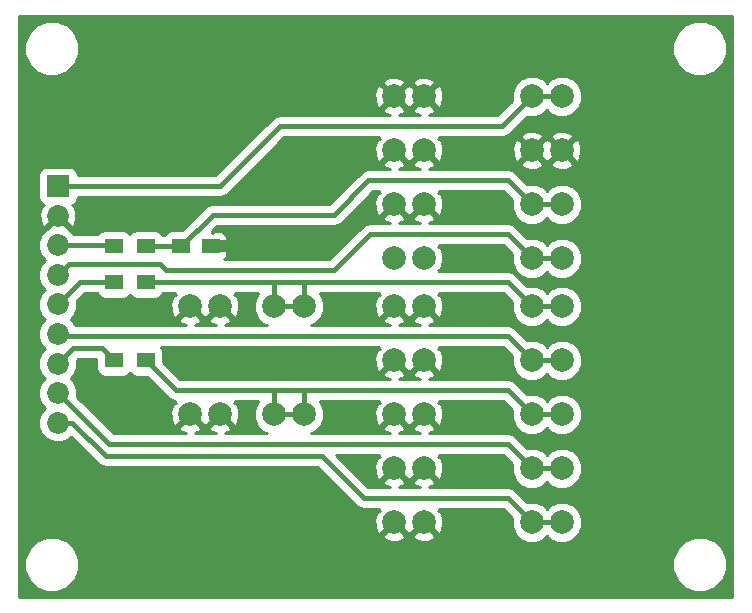
<source format=gbr>
G04 #@! TF.FileFunction,Copper,L1,Top,Signal*
%FSLAX46Y46*%
G04 Gerber Fmt 4.6, Leading zero omitted, Abs format (unit mm)*
G04 Created by KiCad (PCBNEW 4.0.7) date 05/30/18 05:48:27*
%MOMM*%
%LPD*%
G01*
G04 APERTURE LIST*
%ADD10C,0.100000*%
%ADD11R,1.500000X1.250000*%
%ADD12R,1.850000X1.850000*%
%ADD13C,1.850000*%
%ADD14R,1.500000X1.300000*%
%ADD15C,2.000000*%
%ADD16C,0.800000*%
%ADD17C,0.400000*%
%ADD18C,0.250000*%
%ADD19C,1.000000*%
%ADD20C,0.254000*%
G04 APERTURE END LIST*
D10*
D11*
X130830000Y-97028000D03*
X133330000Y-97028000D03*
D12*
X120396000Y-91948000D03*
D13*
X120396000Y-94448000D03*
X120396000Y-96948000D03*
X120396000Y-99448000D03*
X120396000Y-101948000D03*
X120396000Y-104448000D03*
X120396000Y-106948000D03*
X120396000Y-109448000D03*
X120396000Y-111948000D03*
D14*
X127842000Y-97028000D03*
X125142000Y-97028000D03*
X127842000Y-100076000D03*
X125142000Y-100076000D03*
X127842000Y-106680000D03*
X125142000Y-106680000D03*
D15*
X160528000Y-88900000D03*
X163068000Y-88900000D03*
X160528000Y-84328000D03*
X163068000Y-84328000D03*
X160528000Y-93472000D03*
X163068000Y-93472000D03*
X160528000Y-98044000D03*
X163068000Y-98044000D03*
X160528000Y-102108000D03*
X163068000Y-102108000D03*
X138684000Y-102108000D03*
X141224000Y-102108000D03*
X160528000Y-106680000D03*
X163068000Y-106680000D03*
X160528000Y-111252000D03*
X163068000Y-111252000D03*
X138684000Y-111252000D03*
X141224000Y-111252000D03*
X160528000Y-115824000D03*
X163068000Y-115824000D03*
X160528000Y-120396000D03*
X163068000Y-120396000D03*
X148844000Y-102108000D03*
X151384000Y-102108000D03*
X148844000Y-111252000D03*
X151384000Y-111252000D03*
X148844000Y-84328000D03*
X151384000Y-84328000D03*
X148844000Y-98044000D03*
X151384000Y-98044000D03*
X148844000Y-106680000D03*
X151384000Y-106680000D03*
X148844000Y-115824000D03*
X151384000Y-115824000D03*
X148844000Y-93472000D03*
X151384000Y-93472000D03*
X131572000Y-102108000D03*
X134112000Y-102108000D03*
X131572000Y-111252000D03*
X134112000Y-111252000D03*
X148844000Y-120396000D03*
X151384000Y-120396000D03*
X148844000Y-88900000D03*
X151384000Y-88900000D03*
D16*
X134620000Y-97028000D03*
D17*
X133487000Y-94371000D02*
X143754000Y-94371000D01*
X143754000Y-94371000D02*
X146685000Y-91440000D01*
X160528000Y-93472000D02*
X163068000Y-93472000D01*
X130830000Y-97028000D02*
X133487000Y-94371000D01*
X146685000Y-91440000D02*
X158496000Y-91440000D01*
X158496000Y-91440000D02*
X160528000Y-93472000D01*
X127842000Y-97028000D02*
X130830000Y-97028000D01*
X160528000Y-84328000D02*
X157988000Y-86868000D01*
X157988000Y-86868000D02*
X139192000Y-86868000D01*
X160528000Y-84328000D02*
X163068000Y-84328000D01*
X120396000Y-91948000D02*
X134112000Y-91948000D01*
X134112000Y-91948000D02*
X139192000Y-86868000D01*
X120396000Y-96948000D02*
X125062000Y-96948000D01*
D18*
X125062000Y-96948000D02*
X125142000Y-97028000D01*
D17*
X129032000Y-98552000D02*
X129540000Y-99060000D01*
X143764000Y-99060000D02*
X144272000Y-98552000D01*
X129540000Y-99060000D02*
X143764000Y-99060000D01*
X120396000Y-99448000D02*
X121292000Y-98552000D01*
X121292000Y-98552000D02*
X129032000Y-98552000D01*
X158496000Y-96012000D02*
X160528000Y-98044000D01*
X146812000Y-96012000D02*
X158496000Y-96012000D01*
X144272000Y-98552000D02*
X146812000Y-96012000D01*
X160528000Y-98044000D02*
X163068000Y-98044000D01*
X120396000Y-101948000D02*
X122268000Y-100076000D01*
X122268000Y-100076000D02*
X125142000Y-100076000D01*
D18*
X120396000Y-101948000D02*
X120556000Y-102108000D01*
D17*
X160528000Y-106680000D02*
X163068000Y-106680000D01*
D18*
X120396000Y-104448000D02*
X120596000Y-104648000D01*
D17*
X120596000Y-104648000D02*
X158496000Y-104648000D01*
X158496000Y-104648000D02*
X160528000Y-106680000D01*
X120396000Y-106948000D02*
X121680000Y-105664000D01*
X124126000Y-105664000D02*
X125142000Y-106680000D01*
X121680000Y-105664000D02*
X124126000Y-105664000D01*
D18*
X120396000Y-106948000D02*
X120664000Y-106680000D01*
D17*
X160528000Y-115824000D02*
X163068000Y-115824000D01*
X120396000Y-109448000D02*
X124740000Y-113792000D01*
X124740000Y-113792000D02*
X158496000Y-113792000D01*
X158496000Y-113792000D02*
X160528000Y-115824000D01*
X120396000Y-111948000D02*
X121600000Y-111948000D01*
X142748000Y-114808000D02*
X146304000Y-118364000D01*
X124460000Y-114808000D02*
X142748000Y-114808000D01*
X121600000Y-111948000D02*
X124460000Y-114808000D01*
X160528000Y-120396000D02*
X163068000Y-120396000D01*
X146304000Y-118364000D02*
X158496000Y-118364000D01*
X158496000Y-118364000D02*
X160528000Y-120396000D01*
X127842000Y-100076000D02*
X138684000Y-100076000D01*
X160528000Y-102108000D02*
X163068000Y-102108000D01*
X138684000Y-102108000D02*
X138684000Y-100076000D01*
X138684000Y-102108000D02*
X141224000Y-102108000D01*
X141224000Y-102108000D02*
X141224000Y-100076000D01*
X158496000Y-100076000D02*
X160528000Y-102108000D01*
X141224000Y-100076000D02*
X158496000Y-100076000D01*
X138684000Y-100076000D02*
X141224000Y-100076000D01*
X160528000Y-111252000D02*
X163068000Y-111252000D01*
X138684000Y-111252000D02*
X138684000Y-109220000D01*
X138684000Y-111252000D02*
X141224000Y-111252000D01*
X141224000Y-111252000D02*
X141224000Y-109220000D01*
X127842000Y-106680000D02*
X130382000Y-109220000D01*
X130382000Y-109220000D02*
X138684000Y-109220000D01*
X158496000Y-109220000D02*
X160528000Y-111252000D01*
X141224000Y-109220000D02*
X158496000Y-109220000D01*
X138684000Y-109220000D02*
X141224000Y-109220000D01*
D19*
X133330000Y-97028000D02*
X134620000Y-97028000D01*
D20*
G36*
X177506000Y-126706000D02*
X117134000Y-126706000D01*
X117134000Y-124412838D01*
X117560597Y-124412838D01*
X117914115Y-125268418D01*
X118568139Y-125923585D01*
X119423100Y-126278596D01*
X120348838Y-126279403D01*
X121204418Y-125925885D01*
X121859585Y-125271861D01*
X122214596Y-124416900D01*
X122214599Y-124412838D01*
X172424597Y-124412838D01*
X172778115Y-125268418D01*
X173432139Y-125923585D01*
X174287100Y-126278596D01*
X175212838Y-126279403D01*
X176068418Y-125925885D01*
X176723585Y-125271861D01*
X177078596Y-124416900D01*
X177079403Y-123491162D01*
X176725885Y-122635582D01*
X176071861Y-121980415D01*
X175216900Y-121625404D01*
X174291162Y-121624597D01*
X173435582Y-121978115D01*
X172780415Y-122632139D01*
X172425404Y-123487100D01*
X172424597Y-124412838D01*
X122214599Y-124412838D01*
X122215403Y-123491162D01*
X121861885Y-122635582D01*
X121207861Y-121980415D01*
X120352900Y-121625404D01*
X119427162Y-121624597D01*
X118571582Y-121978115D01*
X117916415Y-122632139D01*
X117561404Y-123487100D01*
X117560597Y-124412838D01*
X117134000Y-124412838D01*
X117134000Y-121548532D01*
X147871073Y-121548532D01*
X147969736Y-121815387D01*
X148579461Y-122041908D01*
X149229460Y-122017856D01*
X149718264Y-121815387D01*
X149816927Y-121548532D01*
X150411073Y-121548532D01*
X150509736Y-121815387D01*
X151119461Y-122041908D01*
X151769460Y-122017856D01*
X152258264Y-121815387D01*
X152356927Y-121548532D01*
X151384000Y-120575605D01*
X150411073Y-121548532D01*
X149816927Y-121548532D01*
X148844000Y-120575605D01*
X147871073Y-121548532D01*
X117134000Y-121548532D01*
X117134000Y-97275162D01*
X118743713Y-97275162D01*
X118994686Y-97882561D01*
X119309718Y-98198143D01*
X118996319Y-98510995D01*
X118744287Y-99117955D01*
X118743713Y-99775162D01*
X118994686Y-100382561D01*
X119309718Y-100698143D01*
X118996319Y-101010995D01*
X118744287Y-101617955D01*
X118743713Y-102275162D01*
X118994686Y-102882561D01*
X119309718Y-103198143D01*
X118996319Y-103510995D01*
X118744287Y-104117955D01*
X118743713Y-104775162D01*
X118994686Y-105382561D01*
X119309718Y-105698143D01*
X118996319Y-106010995D01*
X118744287Y-106617955D01*
X118743713Y-107275162D01*
X118994686Y-107882561D01*
X119309718Y-108198143D01*
X118996319Y-108510995D01*
X118744287Y-109117955D01*
X118743713Y-109775162D01*
X118994686Y-110382561D01*
X119309718Y-110698143D01*
X118996319Y-111010995D01*
X118744287Y-111617955D01*
X118743713Y-112275162D01*
X118994686Y-112882561D01*
X119458995Y-113347681D01*
X120065955Y-113599713D01*
X120723162Y-113600287D01*
X121330561Y-113349314D01*
X121510606Y-113169582D01*
X123804512Y-115463488D01*
X124105253Y-115664437D01*
X124460000Y-115735000D01*
X142364024Y-115735000D01*
X145648512Y-119019488D01*
X145949252Y-119220436D01*
X146304000Y-119291000D01*
X147594980Y-119291000D01*
X147577186Y-119308794D01*
X147691466Y-119423074D01*
X147424613Y-119521736D01*
X147198092Y-120131461D01*
X147222144Y-120781460D01*
X147424613Y-121270264D01*
X147691468Y-121368927D01*
X148664395Y-120396000D01*
X148650253Y-120381858D01*
X148829858Y-120202253D01*
X148844000Y-120216395D01*
X148858143Y-120202253D01*
X149037748Y-120381858D01*
X149023605Y-120396000D01*
X149996532Y-121368927D01*
X150114000Y-121325496D01*
X150231468Y-121368927D01*
X151204395Y-120396000D01*
X151190253Y-120381858D01*
X151369858Y-120202253D01*
X151384000Y-120216395D01*
X151398143Y-120202253D01*
X151577748Y-120381858D01*
X151563605Y-120396000D01*
X152536532Y-121368927D01*
X152803387Y-121270264D01*
X153029908Y-120660539D01*
X153005856Y-120010540D01*
X152803387Y-119521736D01*
X152536534Y-119423074D01*
X152650814Y-119308794D01*
X152633020Y-119291000D01*
X158112024Y-119291000D01*
X158822042Y-120001018D01*
X158801300Y-120050971D01*
X158800701Y-120738014D01*
X159063067Y-121372989D01*
X159548456Y-121859226D01*
X160182971Y-122122700D01*
X160870014Y-122123299D01*
X161504989Y-121860933D01*
X161798085Y-121568348D01*
X162088456Y-121859226D01*
X162722971Y-122122700D01*
X163410014Y-122123299D01*
X164044989Y-121860933D01*
X164531226Y-121375544D01*
X164794700Y-120741029D01*
X164795299Y-120053986D01*
X164532933Y-119419011D01*
X164047544Y-118932774D01*
X163413029Y-118669300D01*
X162725986Y-118668701D01*
X162091011Y-118931067D01*
X161797915Y-119223652D01*
X161507544Y-118932774D01*
X160873029Y-118669300D01*
X160185986Y-118668701D01*
X160133404Y-118690428D01*
X159151488Y-117708512D01*
X158850748Y-117507564D01*
X158496000Y-117437000D01*
X151790840Y-117437000D01*
X152258264Y-117243387D01*
X152356927Y-116976532D01*
X151384000Y-116003605D01*
X150411073Y-116976532D01*
X150509736Y-117243387D01*
X151030883Y-117437000D01*
X149250840Y-117437000D01*
X149718264Y-117243387D01*
X149816927Y-116976532D01*
X148844000Y-116003605D01*
X147871073Y-116976532D01*
X147969736Y-117243387D01*
X148490883Y-117437000D01*
X146687976Y-117437000D01*
X143969976Y-114719000D01*
X147594980Y-114719000D01*
X147577186Y-114736794D01*
X147691466Y-114851074D01*
X147424613Y-114949736D01*
X147198092Y-115559461D01*
X147222144Y-116209460D01*
X147424613Y-116698264D01*
X147691468Y-116796927D01*
X148664395Y-115824000D01*
X148650253Y-115809858D01*
X148829858Y-115630253D01*
X148844000Y-115644395D01*
X148858143Y-115630253D01*
X149037748Y-115809858D01*
X149023605Y-115824000D01*
X149996532Y-116796927D01*
X150114000Y-116753496D01*
X150231468Y-116796927D01*
X151204395Y-115824000D01*
X151190253Y-115809858D01*
X151369858Y-115630253D01*
X151384000Y-115644395D01*
X151398143Y-115630253D01*
X151577748Y-115809858D01*
X151563605Y-115824000D01*
X152536532Y-116796927D01*
X152803387Y-116698264D01*
X153029908Y-116088539D01*
X153005856Y-115438540D01*
X152803387Y-114949736D01*
X152536534Y-114851074D01*
X152650814Y-114736794D01*
X152633020Y-114719000D01*
X158112024Y-114719000D01*
X158822042Y-115429018D01*
X158801300Y-115478971D01*
X158800701Y-116166014D01*
X159063067Y-116800989D01*
X159548456Y-117287226D01*
X160182971Y-117550700D01*
X160870014Y-117551299D01*
X161504989Y-117288933D01*
X161798085Y-116996348D01*
X162088456Y-117287226D01*
X162722971Y-117550700D01*
X163410014Y-117551299D01*
X164044989Y-117288933D01*
X164531226Y-116803544D01*
X164794700Y-116169029D01*
X164795299Y-115481986D01*
X164532933Y-114847011D01*
X164047544Y-114360774D01*
X163413029Y-114097300D01*
X162725986Y-114096701D01*
X162091011Y-114359067D01*
X161797915Y-114651652D01*
X161507544Y-114360774D01*
X160873029Y-114097300D01*
X160185986Y-114096701D01*
X160133404Y-114118428D01*
X159151488Y-113136512D01*
X158850748Y-112935564D01*
X158496000Y-112865000D01*
X151790840Y-112865000D01*
X152258264Y-112671387D01*
X152356927Y-112404532D01*
X151384000Y-111431605D01*
X150411073Y-112404532D01*
X150509736Y-112671387D01*
X151030883Y-112865000D01*
X149250840Y-112865000D01*
X149718264Y-112671387D01*
X149816927Y-112404532D01*
X148844000Y-111431605D01*
X147871073Y-112404532D01*
X147969736Y-112671387D01*
X148490883Y-112865000D01*
X141842639Y-112865000D01*
X142200989Y-112716933D01*
X142687226Y-112231544D01*
X142950700Y-111597029D01*
X142951299Y-110909986D01*
X142688933Y-110275011D01*
X142561145Y-110147000D01*
X147594980Y-110147000D01*
X147577186Y-110164794D01*
X147691466Y-110279074D01*
X147424613Y-110377736D01*
X147198092Y-110987461D01*
X147222144Y-111637460D01*
X147424613Y-112126264D01*
X147691468Y-112224927D01*
X148664395Y-111252000D01*
X148650253Y-111237858D01*
X148829858Y-111058253D01*
X148844000Y-111072395D01*
X148858143Y-111058253D01*
X149037748Y-111237858D01*
X149023605Y-111252000D01*
X149996532Y-112224927D01*
X150114000Y-112181496D01*
X150231468Y-112224927D01*
X151204395Y-111252000D01*
X151190253Y-111237858D01*
X151369858Y-111058253D01*
X151384000Y-111072395D01*
X151398143Y-111058253D01*
X151577748Y-111237858D01*
X151563605Y-111252000D01*
X152536532Y-112224927D01*
X152803387Y-112126264D01*
X153029908Y-111516539D01*
X153005856Y-110866540D01*
X152803387Y-110377736D01*
X152536534Y-110279074D01*
X152650814Y-110164794D01*
X152633020Y-110147000D01*
X158112024Y-110147000D01*
X158822042Y-110857018D01*
X158801300Y-110906971D01*
X158800701Y-111594014D01*
X159063067Y-112228989D01*
X159548456Y-112715226D01*
X160182971Y-112978700D01*
X160870014Y-112979299D01*
X161504989Y-112716933D01*
X161798085Y-112424348D01*
X162088456Y-112715226D01*
X162722971Y-112978700D01*
X163410014Y-112979299D01*
X164044989Y-112716933D01*
X164531226Y-112231544D01*
X164794700Y-111597029D01*
X164795299Y-110909986D01*
X164532933Y-110275011D01*
X164047544Y-109788774D01*
X163413029Y-109525300D01*
X162725986Y-109524701D01*
X162091011Y-109787067D01*
X161797915Y-110079652D01*
X161507544Y-109788774D01*
X160873029Y-109525300D01*
X160185986Y-109524701D01*
X160133404Y-109546428D01*
X159151488Y-108564512D01*
X158850748Y-108363564D01*
X158496000Y-108293000D01*
X151790840Y-108293000D01*
X152258264Y-108099387D01*
X152356927Y-107832532D01*
X151384000Y-106859605D01*
X150411073Y-107832532D01*
X150509736Y-108099387D01*
X151030883Y-108293000D01*
X149250840Y-108293000D01*
X149718264Y-108099387D01*
X149816927Y-107832532D01*
X148844000Y-106859605D01*
X147871073Y-107832532D01*
X147969736Y-108099387D01*
X148490883Y-108293000D01*
X130765976Y-108293000D01*
X129333242Y-106860266D01*
X129333242Y-106030000D01*
X129282549Y-105760590D01*
X129163125Y-105575000D01*
X147594980Y-105575000D01*
X147577186Y-105592794D01*
X147691466Y-105707074D01*
X147424613Y-105805736D01*
X147198092Y-106415461D01*
X147222144Y-107065460D01*
X147424613Y-107554264D01*
X147691468Y-107652927D01*
X148664395Y-106680000D01*
X148650253Y-106665858D01*
X148829858Y-106486253D01*
X148844000Y-106500395D01*
X148858143Y-106486253D01*
X149037748Y-106665858D01*
X149023605Y-106680000D01*
X149996532Y-107652927D01*
X150114000Y-107609496D01*
X150231468Y-107652927D01*
X151204395Y-106680000D01*
X151190253Y-106665858D01*
X151369858Y-106486253D01*
X151384000Y-106500395D01*
X151398143Y-106486253D01*
X151577748Y-106665858D01*
X151563605Y-106680000D01*
X152536532Y-107652927D01*
X152803387Y-107554264D01*
X153029908Y-106944539D01*
X153005856Y-106294540D01*
X152803387Y-105805736D01*
X152536534Y-105707074D01*
X152650814Y-105592794D01*
X152633020Y-105575000D01*
X158112024Y-105575000D01*
X158822042Y-106285018D01*
X158801300Y-106334971D01*
X158800701Y-107022014D01*
X159063067Y-107656989D01*
X159548456Y-108143226D01*
X160182971Y-108406700D01*
X160870014Y-108407299D01*
X161504989Y-108144933D01*
X161798085Y-107852348D01*
X162088456Y-108143226D01*
X162722971Y-108406700D01*
X163410014Y-108407299D01*
X164044989Y-108144933D01*
X164531226Y-107659544D01*
X164794700Y-107025029D01*
X164795299Y-106337986D01*
X164532933Y-105703011D01*
X164047544Y-105216774D01*
X163413029Y-104953300D01*
X162725986Y-104952701D01*
X162091011Y-105215067D01*
X161797915Y-105507652D01*
X161507544Y-105216774D01*
X160873029Y-104953300D01*
X160185986Y-104952701D01*
X160133404Y-104974428D01*
X159151488Y-103992512D01*
X158931536Y-103845545D01*
X158850748Y-103791564D01*
X158496000Y-103721000D01*
X151790840Y-103721000D01*
X152258264Y-103527387D01*
X152356927Y-103260532D01*
X151384000Y-102287605D01*
X150411073Y-103260532D01*
X150509736Y-103527387D01*
X151030883Y-103721000D01*
X149250840Y-103721000D01*
X149718264Y-103527387D01*
X149816927Y-103260532D01*
X148844000Y-102287605D01*
X147871073Y-103260532D01*
X147969736Y-103527387D01*
X148490883Y-103721000D01*
X141842639Y-103721000D01*
X142200989Y-103572933D01*
X142687226Y-103087544D01*
X142950700Y-102453029D01*
X142951299Y-101765986D01*
X142688933Y-101131011D01*
X142561145Y-101003000D01*
X147594980Y-101003000D01*
X147577186Y-101020794D01*
X147691466Y-101135074D01*
X147424613Y-101233736D01*
X147198092Y-101843461D01*
X147222144Y-102493460D01*
X147424613Y-102982264D01*
X147691468Y-103080927D01*
X148664395Y-102108000D01*
X148650253Y-102093858D01*
X148829858Y-101914253D01*
X148844000Y-101928395D01*
X148858143Y-101914253D01*
X149037748Y-102093858D01*
X149023605Y-102108000D01*
X149996532Y-103080927D01*
X150114000Y-103037496D01*
X150231468Y-103080927D01*
X151204395Y-102108000D01*
X151190253Y-102093858D01*
X151369858Y-101914253D01*
X151384000Y-101928395D01*
X151398143Y-101914253D01*
X151577748Y-102093858D01*
X151563605Y-102108000D01*
X152536532Y-103080927D01*
X152803387Y-102982264D01*
X153029908Y-102372539D01*
X153005856Y-101722540D01*
X152803387Y-101233736D01*
X152536534Y-101135074D01*
X152650814Y-101020794D01*
X152633020Y-101003000D01*
X158112024Y-101003000D01*
X158822042Y-101713018D01*
X158801300Y-101762971D01*
X158800701Y-102450014D01*
X159063067Y-103084989D01*
X159548456Y-103571226D01*
X160182971Y-103834700D01*
X160870014Y-103835299D01*
X161504989Y-103572933D01*
X161798085Y-103280348D01*
X162088456Y-103571226D01*
X162722971Y-103834700D01*
X163410014Y-103835299D01*
X164044989Y-103572933D01*
X164531226Y-103087544D01*
X164794700Y-102453029D01*
X164795299Y-101765986D01*
X164532933Y-101131011D01*
X164047544Y-100644774D01*
X163413029Y-100381300D01*
X162725986Y-100380701D01*
X162091011Y-100643067D01*
X161797915Y-100935652D01*
X161507544Y-100644774D01*
X160873029Y-100381300D01*
X160185986Y-100380701D01*
X160133404Y-100402428D01*
X159151488Y-99420512D01*
X159133415Y-99408436D01*
X158850748Y-99219564D01*
X158496000Y-99149000D01*
X152633020Y-99149000D01*
X152650814Y-99131206D01*
X152536534Y-99016926D01*
X152803387Y-98918264D01*
X153029908Y-98308539D01*
X153005856Y-97658540D01*
X152803387Y-97169736D01*
X152536534Y-97071074D01*
X152650814Y-96956794D01*
X152633020Y-96939000D01*
X158112024Y-96939000D01*
X158822042Y-97649018D01*
X158801300Y-97698971D01*
X158800701Y-98386014D01*
X159063067Y-99020989D01*
X159548456Y-99507226D01*
X160182971Y-99770700D01*
X160870014Y-99771299D01*
X161504989Y-99508933D01*
X161798085Y-99216348D01*
X162088456Y-99507226D01*
X162722971Y-99770700D01*
X163410014Y-99771299D01*
X164044989Y-99508933D01*
X164531226Y-99023544D01*
X164794700Y-98389029D01*
X164795299Y-97701986D01*
X164532933Y-97067011D01*
X164047544Y-96580774D01*
X163413029Y-96317300D01*
X162725986Y-96316701D01*
X162091011Y-96579067D01*
X161797915Y-96871652D01*
X161507544Y-96580774D01*
X160873029Y-96317300D01*
X160185986Y-96316701D01*
X160133404Y-96338428D01*
X159151488Y-95356512D01*
X158850748Y-95155564D01*
X158496000Y-95085000D01*
X151790840Y-95085000D01*
X152258264Y-94891387D01*
X152356927Y-94624532D01*
X151384000Y-93651605D01*
X150411073Y-94624532D01*
X150509736Y-94891387D01*
X151030883Y-95085000D01*
X149250840Y-95085000D01*
X149718264Y-94891387D01*
X149816927Y-94624532D01*
X148844000Y-93651605D01*
X147871073Y-94624532D01*
X147969736Y-94891387D01*
X148490883Y-95085000D01*
X146812000Y-95085000D01*
X146457252Y-95155564D01*
X146156512Y-95356512D01*
X143380024Y-98133000D01*
X134498025Y-98133000D01*
X134618327Y-98012699D01*
X134715000Y-97779310D01*
X134715000Y-97313750D01*
X134556250Y-97155000D01*
X133457000Y-97155000D01*
X133457000Y-97175000D01*
X133203000Y-97175000D01*
X133203000Y-97155000D01*
X133183000Y-97155000D01*
X133183000Y-96901000D01*
X133203000Y-96901000D01*
X133203000Y-96881000D01*
X133457000Y-96881000D01*
X133457000Y-96901000D01*
X134556250Y-96901000D01*
X134715000Y-96742250D01*
X134715000Y-96276690D01*
X134618327Y-96043301D01*
X134439698Y-95864673D01*
X134206309Y-95768000D01*
X133615750Y-95768000D01*
X133457002Y-95926748D01*
X133457002Y-95768000D01*
X133400976Y-95768000D01*
X133870976Y-95298000D01*
X143754000Y-95298000D01*
X144108748Y-95227436D01*
X144409488Y-95026488D01*
X147068976Y-92367000D01*
X147594980Y-92367000D01*
X147577186Y-92384794D01*
X147691466Y-92499074D01*
X147424613Y-92597736D01*
X147198092Y-93207461D01*
X147222144Y-93857460D01*
X147424613Y-94346264D01*
X147691468Y-94444927D01*
X148664395Y-93472000D01*
X148650253Y-93457858D01*
X148829858Y-93278253D01*
X148844000Y-93292395D01*
X148858143Y-93278253D01*
X149037748Y-93457858D01*
X149023605Y-93472000D01*
X149996532Y-94444927D01*
X150114000Y-94401496D01*
X150231468Y-94444927D01*
X151204395Y-93472000D01*
X151190253Y-93457858D01*
X151369858Y-93278253D01*
X151384000Y-93292395D01*
X151398143Y-93278253D01*
X151577748Y-93457858D01*
X151563605Y-93472000D01*
X152536532Y-94444927D01*
X152803387Y-94346264D01*
X153029908Y-93736539D01*
X153005856Y-93086540D01*
X152803387Y-92597736D01*
X152536534Y-92499074D01*
X152650814Y-92384794D01*
X152633020Y-92367000D01*
X158112024Y-92367000D01*
X158822042Y-93077018D01*
X158801300Y-93126971D01*
X158800701Y-93814014D01*
X159063067Y-94448989D01*
X159548456Y-94935226D01*
X160182971Y-95198700D01*
X160870014Y-95199299D01*
X161504989Y-94936933D01*
X161798085Y-94644348D01*
X162088456Y-94935226D01*
X162722971Y-95198700D01*
X163410014Y-95199299D01*
X164044989Y-94936933D01*
X164531226Y-94451544D01*
X164794700Y-93817029D01*
X164795299Y-93129986D01*
X164532933Y-92495011D01*
X164047544Y-92008774D01*
X163413029Y-91745300D01*
X162725986Y-91744701D01*
X162091011Y-92007067D01*
X161797915Y-92299652D01*
X161507544Y-92008774D01*
X160873029Y-91745300D01*
X160185986Y-91744701D01*
X160133404Y-91766428D01*
X159151488Y-90784512D01*
X159076812Y-90734615D01*
X158850748Y-90583564D01*
X158496000Y-90513000D01*
X151790840Y-90513000D01*
X152258264Y-90319387D01*
X152356927Y-90052532D01*
X159555073Y-90052532D01*
X159653736Y-90319387D01*
X160263461Y-90545908D01*
X160913460Y-90521856D01*
X161402264Y-90319387D01*
X161500927Y-90052532D01*
X162095073Y-90052532D01*
X162193736Y-90319387D01*
X162803461Y-90545908D01*
X163453460Y-90521856D01*
X163942264Y-90319387D01*
X164040927Y-90052532D01*
X163068000Y-89079605D01*
X162095073Y-90052532D01*
X161500927Y-90052532D01*
X160528000Y-89079605D01*
X159555073Y-90052532D01*
X152356927Y-90052532D01*
X151384000Y-89079605D01*
X150411073Y-90052532D01*
X150509736Y-90319387D01*
X151030883Y-90513000D01*
X149250840Y-90513000D01*
X149718264Y-90319387D01*
X149816927Y-90052532D01*
X148844000Y-89079605D01*
X147871073Y-90052532D01*
X147969736Y-90319387D01*
X148490883Y-90513000D01*
X146685000Y-90513000D01*
X146330252Y-90583564D01*
X146104188Y-90734615D01*
X146029512Y-90784512D01*
X143370024Y-93444000D01*
X133487000Y-93444000D01*
X133132252Y-93514564D01*
X132927156Y-93651605D01*
X132831512Y-93715512D01*
X130885266Y-95661758D01*
X130080000Y-95661758D01*
X129810590Y-95712451D01*
X129563154Y-95871672D01*
X129406460Y-96101000D01*
X129277665Y-96101000D01*
X129123328Y-95861154D01*
X128880385Y-95695157D01*
X128592000Y-95636758D01*
X127092000Y-95636758D01*
X126822590Y-95687451D01*
X126575154Y-95846672D01*
X126492165Y-95968130D01*
X126423328Y-95861154D01*
X126180385Y-95695157D01*
X125892000Y-95636758D01*
X124392000Y-95636758D01*
X124122590Y-95687451D01*
X123875154Y-95846672D01*
X123756040Y-96021000D01*
X121800438Y-96021000D01*
X121797314Y-96013439D01*
X121333005Y-95548319D01*
X121305146Y-95536751D01*
X120396000Y-94627605D01*
X119487819Y-95535786D01*
X119461439Y-95546686D01*
X118996319Y-96010995D01*
X118744287Y-96617955D01*
X118743713Y-97275162D01*
X117134000Y-97275162D01*
X117134000Y-91023000D01*
X118729758Y-91023000D01*
X118729758Y-92873000D01*
X118780451Y-93142410D01*
X118939672Y-93389846D01*
X119182615Y-93555843D01*
X119206829Y-93560746D01*
X119038668Y-93618821D01*
X118824675Y-94201368D01*
X118849903Y-94821461D01*
X119038668Y-95277179D01*
X119297744Y-95366651D01*
X120216395Y-94448000D01*
X120202253Y-94433858D01*
X120381858Y-94254253D01*
X120396000Y-94268395D01*
X120410143Y-94254253D01*
X120589748Y-94433858D01*
X120575605Y-94448000D01*
X121494256Y-95366651D01*
X121753332Y-95277179D01*
X121967325Y-94694632D01*
X121942097Y-94074539D01*
X121753332Y-93618821D01*
X121591414Y-93562903D01*
X121837846Y-93404328D01*
X122003843Y-93161385D01*
X122061837Y-92875000D01*
X134112000Y-92875000D01*
X134466748Y-92804436D01*
X134767488Y-92603488D01*
X139575976Y-87795000D01*
X147594980Y-87795000D01*
X147577186Y-87812794D01*
X147691466Y-87927074D01*
X147424613Y-88025736D01*
X147198092Y-88635461D01*
X147222144Y-89285460D01*
X147424613Y-89774264D01*
X147691468Y-89872927D01*
X148664395Y-88900000D01*
X148650253Y-88885858D01*
X148829858Y-88706253D01*
X148844000Y-88720395D01*
X148858143Y-88706253D01*
X149037748Y-88885858D01*
X149023605Y-88900000D01*
X149996532Y-89872927D01*
X150114000Y-89829496D01*
X150231468Y-89872927D01*
X151204395Y-88900000D01*
X151190253Y-88885858D01*
X151369858Y-88706253D01*
X151384000Y-88720395D01*
X151398143Y-88706253D01*
X151577748Y-88885858D01*
X151563605Y-88900000D01*
X152536532Y-89872927D01*
X152803387Y-89774264D01*
X153029908Y-89164539D01*
X153010331Y-88635461D01*
X158882092Y-88635461D01*
X158906144Y-89285460D01*
X159108613Y-89774264D01*
X159375468Y-89872927D01*
X160348395Y-88900000D01*
X160707605Y-88900000D01*
X161680532Y-89872927D01*
X161798000Y-89829496D01*
X161915468Y-89872927D01*
X162888395Y-88900000D01*
X163247605Y-88900000D01*
X164220532Y-89872927D01*
X164487387Y-89774264D01*
X164713908Y-89164539D01*
X164689856Y-88514540D01*
X164487387Y-88025736D01*
X164220532Y-87927073D01*
X163247605Y-88900000D01*
X162888395Y-88900000D01*
X161915468Y-87927073D01*
X161798000Y-87970504D01*
X161680532Y-87927073D01*
X160707605Y-88900000D01*
X160348395Y-88900000D01*
X159375468Y-87927073D01*
X159108613Y-88025736D01*
X158882092Y-88635461D01*
X153010331Y-88635461D01*
X153005856Y-88514540D01*
X152803387Y-88025736D01*
X152536534Y-87927074D01*
X152650814Y-87812794D01*
X152633020Y-87795000D01*
X157988000Y-87795000D01*
X158226958Y-87747468D01*
X159555073Y-87747468D01*
X160528000Y-88720395D01*
X161500927Y-87747468D01*
X162095073Y-87747468D01*
X163068000Y-88720395D01*
X164040927Y-87747468D01*
X163942264Y-87480613D01*
X163332539Y-87254092D01*
X162682540Y-87278144D01*
X162193736Y-87480613D01*
X162095073Y-87747468D01*
X161500927Y-87747468D01*
X161402264Y-87480613D01*
X160792539Y-87254092D01*
X160142540Y-87278144D01*
X159653736Y-87480613D01*
X159555073Y-87747468D01*
X158226958Y-87747468D01*
X158342748Y-87724436D01*
X158643488Y-87523488D01*
X160133018Y-86033958D01*
X160182971Y-86054700D01*
X160870014Y-86055299D01*
X161504989Y-85792933D01*
X161798085Y-85500348D01*
X162088456Y-85791226D01*
X162722971Y-86054700D01*
X163410014Y-86055299D01*
X164044989Y-85792933D01*
X164531226Y-85307544D01*
X164794700Y-84673029D01*
X164795299Y-83985986D01*
X164532933Y-83351011D01*
X164047544Y-82864774D01*
X163413029Y-82601300D01*
X162725986Y-82600701D01*
X162091011Y-82863067D01*
X161797915Y-83155652D01*
X161507544Y-82864774D01*
X160873029Y-82601300D01*
X160185986Y-82600701D01*
X159551011Y-82863067D01*
X159064774Y-83348456D01*
X158801300Y-83982971D01*
X158800701Y-84670014D01*
X158822428Y-84722596D01*
X157604024Y-85941000D01*
X151790840Y-85941000D01*
X152258264Y-85747387D01*
X152356927Y-85480532D01*
X151384000Y-84507605D01*
X150411073Y-85480532D01*
X150509736Y-85747387D01*
X151030883Y-85941000D01*
X149250840Y-85941000D01*
X149718264Y-85747387D01*
X149816927Y-85480532D01*
X148844000Y-84507605D01*
X147871073Y-85480532D01*
X147969736Y-85747387D01*
X148490883Y-85941000D01*
X139192000Y-85941000D01*
X138837252Y-86011564D01*
X138536512Y-86212512D01*
X133728024Y-91021000D01*
X122061866Y-91021000D01*
X122011549Y-90753590D01*
X121852328Y-90506154D01*
X121609385Y-90340157D01*
X121321000Y-90281758D01*
X119471000Y-90281758D01*
X119201590Y-90332451D01*
X118954154Y-90491672D01*
X118788157Y-90734615D01*
X118729758Y-91023000D01*
X117134000Y-91023000D01*
X117134000Y-84063461D01*
X147198092Y-84063461D01*
X147222144Y-84713460D01*
X147424613Y-85202264D01*
X147691468Y-85300927D01*
X148664395Y-84328000D01*
X149023605Y-84328000D01*
X149996532Y-85300927D01*
X150114000Y-85257496D01*
X150231468Y-85300927D01*
X151204395Y-84328000D01*
X151563605Y-84328000D01*
X152536532Y-85300927D01*
X152803387Y-85202264D01*
X153029908Y-84592539D01*
X153005856Y-83942540D01*
X152803387Y-83453736D01*
X152536532Y-83355073D01*
X151563605Y-84328000D01*
X151204395Y-84328000D01*
X150231468Y-83355073D01*
X150114000Y-83398504D01*
X149996532Y-83355073D01*
X149023605Y-84328000D01*
X148664395Y-84328000D01*
X147691468Y-83355073D01*
X147424613Y-83453736D01*
X147198092Y-84063461D01*
X117134000Y-84063461D01*
X117134000Y-83175468D01*
X147871073Y-83175468D01*
X148844000Y-84148395D01*
X149816927Y-83175468D01*
X150411073Y-83175468D01*
X151384000Y-84148395D01*
X152356927Y-83175468D01*
X152258264Y-82908613D01*
X151648539Y-82682092D01*
X150998540Y-82706144D01*
X150509736Y-82908613D01*
X150411073Y-83175468D01*
X149816927Y-83175468D01*
X149718264Y-82908613D01*
X149108539Y-82682092D01*
X148458540Y-82706144D01*
X147969736Y-82908613D01*
X147871073Y-83175468D01*
X117134000Y-83175468D01*
X117134000Y-80724838D01*
X117560597Y-80724838D01*
X117914115Y-81580418D01*
X118568139Y-82235585D01*
X119423100Y-82590596D01*
X120348838Y-82591403D01*
X121204418Y-82237885D01*
X121859585Y-81583861D01*
X122214596Y-80728900D01*
X122214599Y-80724838D01*
X172424597Y-80724838D01*
X172778115Y-81580418D01*
X173432139Y-82235585D01*
X174287100Y-82590596D01*
X175212838Y-82591403D01*
X176068418Y-82237885D01*
X176723585Y-81583861D01*
X177078596Y-80728900D01*
X177079403Y-79803162D01*
X176725885Y-78947582D01*
X176071861Y-78292415D01*
X175216900Y-77937404D01*
X174291162Y-77936597D01*
X173435582Y-78290115D01*
X172780415Y-78944139D01*
X172425404Y-79799100D01*
X172424597Y-80724838D01*
X122214599Y-80724838D01*
X122215403Y-79803162D01*
X121861885Y-78947582D01*
X121207861Y-78292415D01*
X120352900Y-77937404D01*
X119427162Y-77936597D01*
X118571582Y-78290115D01*
X117916415Y-78944139D01*
X117561404Y-79799100D01*
X117560597Y-80724838D01*
X117134000Y-80724838D01*
X117134000Y-77510000D01*
X177506000Y-77510000D01*
X177506000Y-126706000D01*
X177506000Y-126706000D01*
G37*
X177506000Y-126706000D02*
X117134000Y-126706000D01*
X117134000Y-124412838D01*
X117560597Y-124412838D01*
X117914115Y-125268418D01*
X118568139Y-125923585D01*
X119423100Y-126278596D01*
X120348838Y-126279403D01*
X121204418Y-125925885D01*
X121859585Y-125271861D01*
X122214596Y-124416900D01*
X122214599Y-124412838D01*
X172424597Y-124412838D01*
X172778115Y-125268418D01*
X173432139Y-125923585D01*
X174287100Y-126278596D01*
X175212838Y-126279403D01*
X176068418Y-125925885D01*
X176723585Y-125271861D01*
X177078596Y-124416900D01*
X177079403Y-123491162D01*
X176725885Y-122635582D01*
X176071861Y-121980415D01*
X175216900Y-121625404D01*
X174291162Y-121624597D01*
X173435582Y-121978115D01*
X172780415Y-122632139D01*
X172425404Y-123487100D01*
X172424597Y-124412838D01*
X122214599Y-124412838D01*
X122215403Y-123491162D01*
X121861885Y-122635582D01*
X121207861Y-121980415D01*
X120352900Y-121625404D01*
X119427162Y-121624597D01*
X118571582Y-121978115D01*
X117916415Y-122632139D01*
X117561404Y-123487100D01*
X117560597Y-124412838D01*
X117134000Y-124412838D01*
X117134000Y-121548532D01*
X147871073Y-121548532D01*
X147969736Y-121815387D01*
X148579461Y-122041908D01*
X149229460Y-122017856D01*
X149718264Y-121815387D01*
X149816927Y-121548532D01*
X150411073Y-121548532D01*
X150509736Y-121815387D01*
X151119461Y-122041908D01*
X151769460Y-122017856D01*
X152258264Y-121815387D01*
X152356927Y-121548532D01*
X151384000Y-120575605D01*
X150411073Y-121548532D01*
X149816927Y-121548532D01*
X148844000Y-120575605D01*
X147871073Y-121548532D01*
X117134000Y-121548532D01*
X117134000Y-97275162D01*
X118743713Y-97275162D01*
X118994686Y-97882561D01*
X119309718Y-98198143D01*
X118996319Y-98510995D01*
X118744287Y-99117955D01*
X118743713Y-99775162D01*
X118994686Y-100382561D01*
X119309718Y-100698143D01*
X118996319Y-101010995D01*
X118744287Y-101617955D01*
X118743713Y-102275162D01*
X118994686Y-102882561D01*
X119309718Y-103198143D01*
X118996319Y-103510995D01*
X118744287Y-104117955D01*
X118743713Y-104775162D01*
X118994686Y-105382561D01*
X119309718Y-105698143D01*
X118996319Y-106010995D01*
X118744287Y-106617955D01*
X118743713Y-107275162D01*
X118994686Y-107882561D01*
X119309718Y-108198143D01*
X118996319Y-108510995D01*
X118744287Y-109117955D01*
X118743713Y-109775162D01*
X118994686Y-110382561D01*
X119309718Y-110698143D01*
X118996319Y-111010995D01*
X118744287Y-111617955D01*
X118743713Y-112275162D01*
X118994686Y-112882561D01*
X119458995Y-113347681D01*
X120065955Y-113599713D01*
X120723162Y-113600287D01*
X121330561Y-113349314D01*
X121510606Y-113169582D01*
X123804512Y-115463488D01*
X124105253Y-115664437D01*
X124460000Y-115735000D01*
X142364024Y-115735000D01*
X145648512Y-119019488D01*
X145949252Y-119220436D01*
X146304000Y-119291000D01*
X147594980Y-119291000D01*
X147577186Y-119308794D01*
X147691466Y-119423074D01*
X147424613Y-119521736D01*
X147198092Y-120131461D01*
X147222144Y-120781460D01*
X147424613Y-121270264D01*
X147691468Y-121368927D01*
X148664395Y-120396000D01*
X148650253Y-120381858D01*
X148829858Y-120202253D01*
X148844000Y-120216395D01*
X148858143Y-120202253D01*
X149037748Y-120381858D01*
X149023605Y-120396000D01*
X149996532Y-121368927D01*
X150114000Y-121325496D01*
X150231468Y-121368927D01*
X151204395Y-120396000D01*
X151190253Y-120381858D01*
X151369858Y-120202253D01*
X151384000Y-120216395D01*
X151398143Y-120202253D01*
X151577748Y-120381858D01*
X151563605Y-120396000D01*
X152536532Y-121368927D01*
X152803387Y-121270264D01*
X153029908Y-120660539D01*
X153005856Y-120010540D01*
X152803387Y-119521736D01*
X152536534Y-119423074D01*
X152650814Y-119308794D01*
X152633020Y-119291000D01*
X158112024Y-119291000D01*
X158822042Y-120001018D01*
X158801300Y-120050971D01*
X158800701Y-120738014D01*
X159063067Y-121372989D01*
X159548456Y-121859226D01*
X160182971Y-122122700D01*
X160870014Y-122123299D01*
X161504989Y-121860933D01*
X161798085Y-121568348D01*
X162088456Y-121859226D01*
X162722971Y-122122700D01*
X163410014Y-122123299D01*
X164044989Y-121860933D01*
X164531226Y-121375544D01*
X164794700Y-120741029D01*
X164795299Y-120053986D01*
X164532933Y-119419011D01*
X164047544Y-118932774D01*
X163413029Y-118669300D01*
X162725986Y-118668701D01*
X162091011Y-118931067D01*
X161797915Y-119223652D01*
X161507544Y-118932774D01*
X160873029Y-118669300D01*
X160185986Y-118668701D01*
X160133404Y-118690428D01*
X159151488Y-117708512D01*
X158850748Y-117507564D01*
X158496000Y-117437000D01*
X151790840Y-117437000D01*
X152258264Y-117243387D01*
X152356927Y-116976532D01*
X151384000Y-116003605D01*
X150411073Y-116976532D01*
X150509736Y-117243387D01*
X151030883Y-117437000D01*
X149250840Y-117437000D01*
X149718264Y-117243387D01*
X149816927Y-116976532D01*
X148844000Y-116003605D01*
X147871073Y-116976532D01*
X147969736Y-117243387D01*
X148490883Y-117437000D01*
X146687976Y-117437000D01*
X143969976Y-114719000D01*
X147594980Y-114719000D01*
X147577186Y-114736794D01*
X147691466Y-114851074D01*
X147424613Y-114949736D01*
X147198092Y-115559461D01*
X147222144Y-116209460D01*
X147424613Y-116698264D01*
X147691468Y-116796927D01*
X148664395Y-115824000D01*
X148650253Y-115809858D01*
X148829858Y-115630253D01*
X148844000Y-115644395D01*
X148858143Y-115630253D01*
X149037748Y-115809858D01*
X149023605Y-115824000D01*
X149996532Y-116796927D01*
X150114000Y-116753496D01*
X150231468Y-116796927D01*
X151204395Y-115824000D01*
X151190253Y-115809858D01*
X151369858Y-115630253D01*
X151384000Y-115644395D01*
X151398143Y-115630253D01*
X151577748Y-115809858D01*
X151563605Y-115824000D01*
X152536532Y-116796927D01*
X152803387Y-116698264D01*
X153029908Y-116088539D01*
X153005856Y-115438540D01*
X152803387Y-114949736D01*
X152536534Y-114851074D01*
X152650814Y-114736794D01*
X152633020Y-114719000D01*
X158112024Y-114719000D01*
X158822042Y-115429018D01*
X158801300Y-115478971D01*
X158800701Y-116166014D01*
X159063067Y-116800989D01*
X159548456Y-117287226D01*
X160182971Y-117550700D01*
X160870014Y-117551299D01*
X161504989Y-117288933D01*
X161798085Y-116996348D01*
X162088456Y-117287226D01*
X162722971Y-117550700D01*
X163410014Y-117551299D01*
X164044989Y-117288933D01*
X164531226Y-116803544D01*
X164794700Y-116169029D01*
X164795299Y-115481986D01*
X164532933Y-114847011D01*
X164047544Y-114360774D01*
X163413029Y-114097300D01*
X162725986Y-114096701D01*
X162091011Y-114359067D01*
X161797915Y-114651652D01*
X161507544Y-114360774D01*
X160873029Y-114097300D01*
X160185986Y-114096701D01*
X160133404Y-114118428D01*
X159151488Y-113136512D01*
X158850748Y-112935564D01*
X158496000Y-112865000D01*
X151790840Y-112865000D01*
X152258264Y-112671387D01*
X152356927Y-112404532D01*
X151384000Y-111431605D01*
X150411073Y-112404532D01*
X150509736Y-112671387D01*
X151030883Y-112865000D01*
X149250840Y-112865000D01*
X149718264Y-112671387D01*
X149816927Y-112404532D01*
X148844000Y-111431605D01*
X147871073Y-112404532D01*
X147969736Y-112671387D01*
X148490883Y-112865000D01*
X141842639Y-112865000D01*
X142200989Y-112716933D01*
X142687226Y-112231544D01*
X142950700Y-111597029D01*
X142951299Y-110909986D01*
X142688933Y-110275011D01*
X142561145Y-110147000D01*
X147594980Y-110147000D01*
X147577186Y-110164794D01*
X147691466Y-110279074D01*
X147424613Y-110377736D01*
X147198092Y-110987461D01*
X147222144Y-111637460D01*
X147424613Y-112126264D01*
X147691468Y-112224927D01*
X148664395Y-111252000D01*
X148650253Y-111237858D01*
X148829858Y-111058253D01*
X148844000Y-111072395D01*
X148858143Y-111058253D01*
X149037748Y-111237858D01*
X149023605Y-111252000D01*
X149996532Y-112224927D01*
X150114000Y-112181496D01*
X150231468Y-112224927D01*
X151204395Y-111252000D01*
X151190253Y-111237858D01*
X151369858Y-111058253D01*
X151384000Y-111072395D01*
X151398143Y-111058253D01*
X151577748Y-111237858D01*
X151563605Y-111252000D01*
X152536532Y-112224927D01*
X152803387Y-112126264D01*
X153029908Y-111516539D01*
X153005856Y-110866540D01*
X152803387Y-110377736D01*
X152536534Y-110279074D01*
X152650814Y-110164794D01*
X152633020Y-110147000D01*
X158112024Y-110147000D01*
X158822042Y-110857018D01*
X158801300Y-110906971D01*
X158800701Y-111594014D01*
X159063067Y-112228989D01*
X159548456Y-112715226D01*
X160182971Y-112978700D01*
X160870014Y-112979299D01*
X161504989Y-112716933D01*
X161798085Y-112424348D01*
X162088456Y-112715226D01*
X162722971Y-112978700D01*
X163410014Y-112979299D01*
X164044989Y-112716933D01*
X164531226Y-112231544D01*
X164794700Y-111597029D01*
X164795299Y-110909986D01*
X164532933Y-110275011D01*
X164047544Y-109788774D01*
X163413029Y-109525300D01*
X162725986Y-109524701D01*
X162091011Y-109787067D01*
X161797915Y-110079652D01*
X161507544Y-109788774D01*
X160873029Y-109525300D01*
X160185986Y-109524701D01*
X160133404Y-109546428D01*
X159151488Y-108564512D01*
X158850748Y-108363564D01*
X158496000Y-108293000D01*
X151790840Y-108293000D01*
X152258264Y-108099387D01*
X152356927Y-107832532D01*
X151384000Y-106859605D01*
X150411073Y-107832532D01*
X150509736Y-108099387D01*
X151030883Y-108293000D01*
X149250840Y-108293000D01*
X149718264Y-108099387D01*
X149816927Y-107832532D01*
X148844000Y-106859605D01*
X147871073Y-107832532D01*
X147969736Y-108099387D01*
X148490883Y-108293000D01*
X130765976Y-108293000D01*
X129333242Y-106860266D01*
X129333242Y-106030000D01*
X129282549Y-105760590D01*
X129163125Y-105575000D01*
X147594980Y-105575000D01*
X147577186Y-105592794D01*
X147691466Y-105707074D01*
X147424613Y-105805736D01*
X147198092Y-106415461D01*
X147222144Y-107065460D01*
X147424613Y-107554264D01*
X147691468Y-107652927D01*
X148664395Y-106680000D01*
X148650253Y-106665858D01*
X148829858Y-106486253D01*
X148844000Y-106500395D01*
X148858143Y-106486253D01*
X149037748Y-106665858D01*
X149023605Y-106680000D01*
X149996532Y-107652927D01*
X150114000Y-107609496D01*
X150231468Y-107652927D01*
X151204395Y-106680000D01*
X151190253Y-106665858D01*
X151369858Y-106486253D01*
X151384000Y-106500395D01*
X151398143Y-106486253D01*
X151577748Y-106665858D01*
X151563605Y-106680000D01*
X152536532Y-107652927D01*
X152803387Y-107554264D01*
X153029908Y-106944539D01*
X153005856Y-106294540D01*
X152803387Y-105805736D01*
X152536534Y-105707074D01*
X152650814Y-105592794D01*
X152633020Y-105575000D01*
X158112024Y-105575000D01*
X158822042Y-106285018D01*
X158801300Y-106334971D01*
X158800701Y-107022014D01*
X159063067Y-107656989D01*
X159548456Y-108143226D01*
X160182971Y-108406700D01*
X160870014Y-108407299D01*
X161504989Y-108144933D01*
X161798085Y-107852348D01*
X162088456Y-108143226D01*
X162722971Y-108406700D01*
X163410014Y-108407299D01*
X164044989Y-108144933D01*
X164531226Y-107659544D01*
X164794700Y-107025029D01*
X164795299Y-106337986D01*
X164532933Y-105703011D01*
X164047544Y-105216774D01*
X163413029Y-104953300D01*
X162725986Y-104952701D01*
X162091011Y-105215067D01*
X161797915Y-105507652D01*
X161507544Y-105216774D01*
X160873029Y-104953300D01*
X160185986Y-104952701D01*
X160133404Y-104974428D01*
X159151488Y-103992512D01*
X158931536Y-103845545D01*
X158850748Y-103791564D01*
X158496000Y-103721000D01*
X151790840Y-103721000D01*
X152258264Y-103527387D01*
X152356927Y-103260532D01*
X151384000Y-102287605D01*
X150411073Y-103260532D01*
X150509736Y-103527387D01*
X151030883Y-103721000D01*
X149250840Y-103721000D01*
X149718264Y-103527387D01*
X149816927Y-103260532D01*
X148844000Y-102287605D01*
X147871073Y-103260532D01*
X147969736Y-103527387D01*
X148490883Y-103721000D01*
X141842639Y-103721000D01*
X142200989Y-103572933D01*
X142687226Y-103087544D01*
X142950700Y-102453029D01*
X142951299Y-101765986D01*
X142688933Y-101131011D01*
X142561145Y-101003000D01*
X147594980Y-101003000D01*
X147577186Y-101020794D01*
X147691466Y-101135074D01*
X147424613Y-101233736D01*
X147198092Y-101843461D01*
X147222144Y-102493460D01*
X147424613Y-102982264D01*
X147691468Y-103080927D01*
X148664395Y-102108000D01*
X148650253Y-102093858D01*
X148829858Y-101914253D01*
X148844000Y-101928395D01*
X148858143Y-101914253D01*
X149037748Y-102093858D01*
X149023605Y-102108000D01*
X149996532Y-103080927D01*
X150114000Y-103037496D01*
X150231468Y-103080927D01*
X151204395Y-102108000D01*
X151190253Y-102093858D01*
X151369858Y-101914253D01*
X151384000Y-101928395D01*
X151398143Y-101914253D01*
X151577748Y-102093858D01*
X151563605Y-102108000D01*
X152536532Y-103080927D01*
X152803387Y-102982264D01*
X153029908Y-102372539D01*
X153005856Y-101722540D01*
X152803387Y-101233736D01*
X152536534Y-101135074D01*
X152650814Y-101020794D01*
X152633020Y-101003000D01*
X158112024Y-101003000D01*
X158822042Y-101713018D01*
X158801300Y-101762971D01*
X158800701Y-102450014D01*
X159063067Y-103084989D01*
X159548456Y-103571226D01*
X160182971Y-103834700D01*
X160870014Y-103835299D01*
X161504989Y-103572933D01*
X161798085Y-103280348D01*
X162088456Y-103571226D01*
X162722971Y-103834700D01*
X163410014Y-103835299D01*
X164044989Y-103572933D01*
X164531226Y-103087544D01*
X164794700Y-102453029D01*
X164795299Y-101765986D01*
X164532933Y-101131011D01*
X164047544Y-100644774D01*
X163413029Y-100381300D01*
X162725986Y-100380701D01*
X162091011Y-100643067D01*
X161797915Y-100935652D01*
X161507544Y-100644774D01*
X160873029Y-100381300D01*
X160185986Y-100380701D01*
X160133404Y-100402428D01*
X159151488Y-99420512D01*
X159133415Y-99408436D01*
X158850748Y-99219564D01*
X158496000Y-99149000D01*
X152633020Y-99149000D01*
X152650814Y-99131206D01*
X152536534Y-99016926D01*
X152803387Y-98918264D01*
X153029908Y-98308539D01*
X153005856Y-97658540D01*
X152803387Y-97169736D01*
X152536534Y-97071074D01*
X152650814Y-96956794D01*
X152633020Y-96939000D01*
X158112024Y-96939000D01*
X158822042Y-97649018D01*
X158801300Y-97698971D01*
X158800701Y-98386014D01*
X159063067Y-99020989D01*
X159548456Y-99507226D01*
X160182971Y-99770700D01*
X160870014Y-99771299D01*
X161504989Y-99508933D01*
X161798085Y-99216348D01*
X162088456Y-99507226D01*
X162722971Y-99770700D01*
X163410014Y-99771299D01*
X164044989Y-99508933D01*
X164531226Y-99023544D01*
X164794700Y-98389029D01*
X164795299Y-97701986D01*
X164532933Y-97067011D01*
X164047544Y-96580774D01*
X163413029Y-96317300D01*
X162725986Y-96316701D01*
X162091011Y-96579067D01*
X161797915Y-96871652D01*
X161507544Y-96580774D01*
X160873029Y-96317300D01*
X160185986Y-96316701D01*
X160133404Y-96338428D01*
X159151488Y-95356512D01*
X158850748Y-95155564D01*
X158496000Y-95085000D01*
X151790840Y-95085000D01*
X152258264Y-94891387D01*
X152356927Y-94624532D01*
X151384000Y-93651605D01*
X150411073Y-94624532D01*
X150509736Y-94891387D01*
X151030883Y-95085000D01*
X149250840Y-95085000D01*
X149718264Y-94891387D01*
X149816927Y-94624532D01*
X148844000Y-93651605D01*
X147871073Y-94624532D01*
X147969736Y-94891387D01*
X148490883Y-95085000D01*
X146812000Y-95085000D01*
X146457252Y-95155564D01*
X146156512Y-95356512D01*
X143380024Y-98133000D01*
X134498025Y-98133000D01*
X134618327Y-98012699D01*
X134715000Y-97779310D01*
X134715000Y-97313750D01*
X134556250Y-97155000D01*
X133457000Y-97155000D01*
X133457000Y-97175000D01*
X133203000Y-97175000D01*
X133203000Y-97155000D01*
X133183000Y-97155000D01*
X133183000Y-96901000D01*
X133203000Y-96901000D01*
X133203000Y-96881000D01*
X133457000Y-96881000D01*
X133457000Y-96901000D01*
X134556250Y-96901000D01*
X134715000Y-96742250D01*
X134715000Y-96276690D01*
X134618327Y-96043301D01*
X134439698Y-95864673D01*
X134206309Y-95768000D01*
X133615750Y-95768000D01*
X133457002Y-95926748D01*
X133457002Y-95768000D01*
X133400976Y-95768000D01*
X133870976Y-95298000D01*
X143754000Y-95298000D01*
X144108748Y-95227436D01*
X144409488Y-95026488D01*
X147068976Y-92367000D01*
X147594980Y-92367000D01*
X147577186Y-92384794D01*
X147691466Y-92499074D01*
X147424613Y-92597736D01*
X147198092Y-93207461D01*
X147222144Y-93857460D01*
X147424613Y-94346264D01*
X147691468Y-94444927D01*
X148664395Y-93472000D01*
X148650253Y-93457858D01*
X148829858Y-93278253D01*
X148844000Y-93292395D01*
X148858143Y-93278253D01*
X149037748Y-93457858D01*
X149023605Y-93472000D01*
X149996532Y-94444927D01*
X150114000Y-94401496D01*
X150231468Y-94444927D01*
X151204395Y-93472000D01*
X151190253Y-93457858D01*
X151369858Y-93278253D01*
X151384000Y-93292395D01*
X151398143Y-93278253D01*
X151577748Y-93457858D01*
X151563605Y-93472000D01*
X152536532Y-94444927D01*
X152803387Y-94346264D01*
X153029908Y-93736539D01*
X153005856Y-93086540D01*
X152803387Y-92597736D01*
X152536534Y-92499074D01*
X152650814Y-92384794D01*
X152633020Y-92367000D01*
X158112024Y-92367000D01*
X158822042Y-93077018D01*
X158801300Y-93126971D01*
X158800701Y-93814014D01*
X159063067Y-94448989D01*
X159548456Y-94935226D01*
X160182971Y-95198700D01*
X160870014Y-95199299D01*
X161504989Y-94936933D01*
X161798085Y-94644348D01*
X162088456Y-94935226D01*
X162722971Y-95198700D01*
X163410014Y-95199299D01*
X164044989Y-94936933D01*
X164531226Y-94451544D01*
X164794700Y-93817029D01*
X164795299Y-93129986D01*
X164532933Y-92495011D01*
X164047544Y-92008774D01*
X163413029Y-91745300D01*
X162725986Y-91744701D01*
X162091011Y-92007067D01*
X161797915Y-92299652D01*
X161507544Y-92008774D01*
X160873029Y-91745300D01*
X160185986Y-91744701D01*
X160133404Y-91766428D01*
X159151488Y-90784512D01*
X159076812Y-90734615D01*
X158850748Y-90583564D01*
X158496000Y-90513000D01*
X151790840Y-90513000D01*
X152258264Y-90319387D01*
X152356927Y-90052532D01*
X159555073Y-90052532D01*
X159653736Y-90319387D01*
X160263461Y-90545908D01*
X160913460Y-90521856D01*
X161402264Y-90319387D01*
X161500927Y-90052532D01*
X162095073Y-90052532D01*
X162193736Y-90319387D01*
X162803461Y-90545908D01*
X163453460Y-90521856D01*
X163942264Y-90319387D01*
X164040927Y-90052532D01*
X163068000Y-89079605D01*
X162095073Y-90052532D01*
X161500927Y-90052532D01*
X160528000Y-89079605D01*
X159555073Y-90052532D01*
X152356927Y-90052532D01*
X151384000Y-89079605D01*
X150411073Y-90052532D01*
X150509736Y-90319387D01*
X151030883Y-90513000D01*
X149250840Y-90513000D01*
X149718264Y-90319387D01*
X149816927Y-90052532D01*
X148844000Y-89079605D01*
X147871073Y-90052532D01*
X147969736Y-90319387D01*
X148490883Y-90513000D01*
X146685000Y-90513000D01*
X146330252Y-90583564D01*
X146104188Y-90734615D01*
X146029512Y-90784512D01*
X143370024Y-93444000D01*
X133487000Y-93444000D01*
X133132252Y-93514564D01*
X132927156Y-93651605D01*
X132831512Y-93715512D01*
X130885266Y-95661758D01*
X130080000Y-95661758D01*
X129810590Y-95712451D01*
X129563154Y-95871672D01*
X129406460Y-96101000D01*
X129277665Y-96101000D01*
X129123328Y-95861154D01*
X128880385Y-95695157D01*
X128592000Y-95636758D01*
X127092000Y-95636758D01*
X126822590Y-95687451D01*
X126575154Y-95846672D01*
X126492165Y-95968130D01*
X126423328Y-95861154D01*
X126180385Y-95695157D01*
X125892000Y-95636758D01*
X124392000Y-95636758D01*
X124122590Y-95687451D01*
X123875154Y-95846672D01*
X123756040Y-96021000D01*
X121800438Y-96021000D01*
X121797314Y-96013439D01*
X121333005Y-95548319D01*
X121305146Y-95536751D01*
X120396000Y-94627605D01*
X119487819Y-95535786D01*
X119461439Y-95546686D01*
X118996319Y-96010995D01*
X118744287Y-96617955D01*
X118743713Y-97275162D01*
X117134000Y-97275162D01*
X117134000Y-91023000D01*
X118729758Y-91023000D01*
X118729758Y-92873000D01*
X118780451Y-93142410D01*
X118939672Y-93389846D01*
X119182615Y-93555843D01*
X119206829Y-93560746D01*
X119038668Y-93618821D01*
X118824675Y-94201368D01*
X118849903Y-94821461D01*
X119038668Y-95277179D01*
X119297744Y-95366651D01*
X120216395Y-94448000D01*
X120202253Y-94433858D01*
X120381858Y-94254253D01*
X120396000Y-94268395D01*
X120410143Y-94254253D01*
X120589748Y-94433858D01*
X120575605Y-94448000D01*
X121494256Y-95366651D01*
X121753332Y-95277179D01*
X121967325Y-94694632D01*
X121942097Y-94074539D01*
X121753332Y-93618821D01*
X121591414Y-93562903D01*
X121837846Y-93404328D01*
X122003843Y-93161385D01*
X122061837Y-92875000D01*
X134112000Y-92875000D01*
X134466748Y-92804436D01*
X134767488Y-92603488D01*
X139575976Y-87795000D01*
X147594980Y-87795000D01*
X147577186Y-87812794D01*
X147691466Y-87927074D01*
X147424613Y-88025736D01*
X147198092Y-88635461D01*
X147222144Y-89285460D01*
X147424613Y-89774264D01*
X147691468Y-89872927D01*
X148664395Y-88900000D01*
X148650253Y-88885858D01*
X148829858Y-88706253D01*
X148844000Y-88720395D01*
X148858143Y-88706253D01*
X149037748Y-88885858D01*
X149023605Y-88900000D01*
X149996532Y-89872927D01*
X150114000Y-89829496D01*
X150231468Y-89872927D01*
X151204395Y-88900000D01*
X151190253Y-88885858D01*
X151369858Y-88706253D01*
X151384000Y-88720395D01*
X151398143Y-88706253D01*
X151577748Y-88885858D01*
X151563605Y-88900000D01*
X152536532Y-89872927D01*
X152803387Y-89774264D01*
X153029908Y-89164539D01*
X153010331Y-88635461D01*
X158882092Y-88635461D01*
X158906144Y-89285460D01*
X159108613Y-89774264D01*
X159375468Y-89872927D01*
X160348395Y-88900000D01*
X160707605Y-88900000D01*
X161680532Y-89872927D01*
X161798000Y-89829496D01*
X161915468Y-89872927D01*
X162888395Y-88900000D01*
X163247605Y-88900000D01*
X164220532Y-89872927D01*
X164487387Y-89774264D01*
X164713908Y-89164539D01*
X164689856Y-88514540D01*
X164487387Y-88025736D01*
X164220532Y-87927073D01*
X163247605Y-88900000D01*
X162888395Y-88900000D01*
X161915468Y-87927073D01*
X161798000Y-87970504D01*
X161680532Y-87927073D01*
X160707605Y-88900000D01*
X160348395Y-88900000D01*
X159375468Y-87927073D01*
X159108613Y-88025736D01*
X158882092Y-88635461D01*
X153010331Y-88635461D01*
X153005856Y-88514540D01*
X152803387Y-88025736D01*
X152536534Y-87927074D01*
X152650814Y-87812794D01*
X152633020Y-87795000D01*
X157988000Y-87795000D01*
X158226958Y-87747468D01*
X159555073Y-87747468D01*
X160528000Y-88720395D01*
X161500927Y-87747468D01*
X162095073Y-87747468D01*
X163068000Y-88720395D01*
X164040927Y-87747468D01*
X163942264Y-87480613D01*
X163332539Y-87254092D01*
X162682540Y-87278144D01*
X162193736Y-87480613D01*
X162095073Y-87747468D01*
X161500927Y-87747468D01*
X161402264Y-87480613D01*
X160792539Y-87254092D01*
X160142540Y-87278144D01*
X159653736Y-87480613D01*
X159555073Y-87747468D01*
X158226958Y-87747468D01*
X158342748Y-87724436D01*
X158643488Y-87523488D01*
X160133018Y-86033958D01*
X160182971Y-86054700D01*
X160870014Y-86055299D01*
X161504989Y-85792933D01*
X161798085Y-85500348D01*
X162088456Y-85791226D01*
X162722971Y-86054700D01*
X163410014Y-86055299D01*
X164044989Y-85792933D01*
X164531226Y-85307544D01*
X164794700Y-84673029D01*
X164795299Y-83985986D01*
X164532933Y-83351011D01*
X164047544Y-82864774D01*
X163413029Y-82601300D01*
X162725986Y-82600701D01*
X162091011Y-82863067D01*
X161797915Y-83155652D01*
X161507544Y-82864774D01*
X160873029Y-82601300D01*
X160185986Y-82600701D01*
X159551011Y-82863067D01*
X159064774Y-83348456D01*
X158801300Y-83982971D01*
X158800701Y-84670014D01*
X158822428Y-84722596D01*
X157604024Y-85941000D01*
X151790840Y-85941000D01*
X152258264Y-85747387D01*
X152356927Y-85480532D01*
X151384000Y-84507605D01*
X150411073Y-85480532D01*
X150509736Y-85747387D01*
X151030883Y-85941000D01*
X149250840Y-85941000D01*
X149718264Y-85747387D01*
X149816927Y-85480532D01*
X148844000Y-84507605D01*
X147871073Y-85480532D01*
X147969736Y-85747387D01*
X148490883Y-85941000D01*
X139192000Y-85941000D01*
X138837252Y-86011564D01*
X138536512Y-86212512D01*
X133728024Y-91021000D01*
X122061866Y-91021000D01*
X122011549Y-90753590D01*
X121852328Y-90506154D01*
X121609385Y-90340157D01*
X121321000Y-90281758D01*
X119471000Y-90281758D01*
X119201590Y-90332451D01*
X118954154Y-90491672D01*
X118788157Y-90734615D01*
X118729758Y-91023000D01*
X117134000Y-91023000D01*
X117134000Y-84063461D01*
X147198092Y-84063461D01*
X147222144Y-84713460D01*
X147424613Y-85202264D01*
X147691468Y-85300927D01*
X148664395Y-84328000D01*
X149023605Y-84328000D01*
X149996532Y-85300927D01*
X150114000Y-85257496D01*
X150231468Y-85300927D01*
X151204395Y-84328000D01*
X151563605Y-84328000D01*
X152536532Y-85300927D01*
X152803387Y-85202264D01*
X153029908Y-84592539D01*
X153005856Y-83942540D01*
X152803387Y-83453736D01*
X152536532Y-83355073D01*
X151563605Y-84328000D01*
X151204395Y-84328000D01*
X150231468Y-83355073D01*
X150114000Y-83398504D01*
X149996532Y-83355073D01*
X149023605Y-84328000D01*
X148664395Y-84328000D01*
X147691468Y-83355073D01*
X147424613Y-83453736D01*
X147198092Y-84063461D01*
X117134000Y-84063461D01*
X117134000Y-83175468D01*
X147871073Y-83175468D01*
X148844000Y-84148395D01*
X149816927Y-83175468D01*
X150411073Y-83175468D01*
X151384000Y-84148395D01*
X152356927Y-83175468D01*
X152258264Y-82908613D01*
X151648539Y-82682092D01*
X150998540Y-82706144D01*
X150509736Y-82908613D01*
X150411073Y-83175468D01*
X149816927Y-83175468D01*
X149718264Y-82908613D01*
X149108539Y-82682092D01*
X148458540Y-82706144D01*
X147969736Y-82908613D01*
X147871073Y-83175468D01*
X117134000Y-83175468D01*
X117134000Y-80724838D01*
X117560597Y-80724838D01*
X117914115Y-81580418D01*
X118568139Y-82235585D01*
X119423100Y-82590596D01*
X120348838Y-82591403D01*
X121204418Y-82237885D01*
X121859585Y-81583861D01*
X122214596Y-80728900D01*
X122214599Y-80724838D01*
X172424597Y-80724838D01*
X172778115Y-81580418D01*
X173432139Y-82235585D01*
X174287100Y-82590596D01*
X175212838Y-82591403D01*
X176068418Y-82237885D01*
X176723585Y-81583861D01*
X177078596Y-80728900D01*
X177079403Y-79803162D01*
X176725885Y-78947582D01*
X176071861Y-78292415D01*
X175216900Y-77937404D01*
X174291162Y-77936597D01*
X173435582Y-78290115D01*
X172780415Y-78944139D01*
X172425404Y-79799100D01*
X172424597Y-80724838D01*
X122214599Y-80724838D01*
X122215403Y-79803162D01*
X121861885Y-78947582D01*
X121207861Y-78292415D01*
X120352900Y-77937404D01*
X119427162Y-77936597D01*
X118571582Y-78290115D01*
X117916415Y-78944139D01*
X117561404Y-79799100D01*
X117560597Y-80724838D01*
X117134000Y-80724838D01*
X117134000Y-77510000D01*
X177506000Y-77510000D01*
X177506000Y-126706000D01*
G36*
X123650758Y-107330000D02*
X123701451Y-107599410D01*
X123860672Y-107846846D01*
X124103615Y-108012843D01*
X124392000Y-108071242D01*
X125892000Y-108071242D01*
X126161410Y-108020549D01*
X126408846Y-107861328D01*
X126491835Y-107739870D01*
X126560672Y-107846846D01*
X126803615Y-108012843D01*
X127092000Y-108071242D01*
X127922266Y-108071242D01*
X129726512Y-109875488D01*
X130027252Y-110076436D01*
X130332772Y-110137208D01*
X130305186Y-110164794D01*
X130419466Y-110279074D01*
X130152613Y-110377736D01*
X129926092Y-110987461D01*
X129950144Y-111637460D01*
X130152613Y-112126264D01*
X130419468Y-112224927D01*
X131392395Y-111252000D01*
X131378253Y-111237858D01*
X131557858Y-111058253D01*
X131572000Y-111072395D01*
X131586143Y-111058253D01*
X131765748Y-111237858D01*
X131751605Y-111252000D01*
X132724532Y-112224927D01*
X132842000Y-112181496D01*
X132959468Y-112224927D01*
X133932395Y-111252000D01*
X133918253Y-111237858D01*
X134097858Y-111058253D01*
X134112000Y-111072395D01*
X134126143Y-111058253D01*
X134305748Y-111237858D01*
X134291605Y-111252000D01*
X135264532Y-112224927D01*
X135531387Y-112126264D01*
X135757908Y-111516539D01*
X135733856Y-110866540D01*
X135531387Y-110377736D01*
X135264534Y-110279074D01*
X135378814Y-110164794D01*
X135361020Y-110147000D01*
X137346449Y-110147000D01*
X137220774Y-110272456D01*
X136957300Y-110906971D01*
X136956701Y-111594014D01*
X137219067Y-112228989D01*
X137704456Y-112715226D01*
X138065151Y-112865000D01*
X134518840Y-112865000D01*
X134986264Y-112671387D01*
X135084927Y-112404532D01*
X134112000Y-111431605D01*
X133139073Y-112404532D01*
X133237736Y-112671387D01*
X133758883Y-112865000D01*
X131978840Y-112865000D01*
X132446264Y-112671387D01*
X132544927Y-112404532D01*
X131572000Y-111431605D01*
X130599073Y-112404532D01*
X130697736Y-112671387D01*
X131218883Y-112865000D01*
X125123976Y-112865000D01*
X122044576Y-109785600D01*
X122047713Y-109778045D01*
X122048287Y-109120838D01*
X121797314Y-108513439D01*
X121482282Y-108197857D01*
X121795681Y-107885005D01*
X122047713Y-107278045D01*
X122048287Y-106620838D01*
X122044150Y-106610826D01*
X122063976Y-106591000D01*
X123650758Y-106591000D01*
X123650758Y-107330000D01*
X123650758Y-107330000D01*
G37*
X123650758Y-107330000D02*
X123701451Y-107599410D01*
X123860672Y-107846846D01*
X124103615Y-108012843D01*
X124392000Y-108071242D01*
X125892000Y-108071242D01*
X126161410Y-108020549D01*
X126408846Y-107861328D01*
X126491835Y-107739870D01*
X126560672Y-107846846D01*
X126803615Y-108012843D01*
X127092000Y-108071242D01*
X127922266Y-108071242D01*
X129726512Y-109875488D01*
X130027252Y-110076436D01*
X130332772Y-110137208D01*
X130305186Y-110164794D01*
X130419466Y-110279074D01*
X130152613Y-110377736D01*
X129926092Y-110987461D01*
X129950144Y-111637460D01*
X130152613Y-112126264D01*
X130419468Y-112224927D01*
X131392395Y-111252000D01*
X131378253Y-111237858D01*
X131557858Y-111058253D01*
X131572000Y-111072395D01*
X131586143Y-111058253D01*
X131765748Y-111237858D01*
X131751605Y-111252000D01*
X132724532Y-112224927D01*
X132842000Y-112181496D01*
X132959468Y-112224927D01*
X133932395Y-111252000D01*
X133918253Y-111237858D01*
X134097858Y-111058253D01*
X134112000Y-111072395D01*
X134126143Y-111058253D01*
X134305748Y-111237858D01*
X134291605Y-111252000D01*
X135264532Y-112224927D01*
X135531387Y-112126264D01*
X135757908Y-111516539D01*
X135733856Y-110866540D01*
X135531387Y-110377736D01*
X135264534Y-110279074D01*
X135378814Y-110164794D01*
X135361020Y-110147000D01*
X137346449Y-110147000D01*
X137220774Y-110272456D01*
X136957300Y-110906971D01*
X136956701Y-111594014D01*
X137219067Y-112228989D01*
X137704456Y-112715226D01*
X138065151Y-112865000D01*
X134518840Y-112865000D01*
X134986264Y-112671387D01*
X135084927Y-112404532D01*
X134112000Y-111431605D01*
X133139073Y-112404532D01*
X133237736Y-112671387D01*
X133758883Y-112865000D01*
X131978840Y-112865000D01*
X132446264Y-112671387D01*
X132544927Y-112404532D01*
X131572000Y-111431605D01*
X130599073Y-112404532D01*
X130697736Y-112671387D01*
X131218883Y-112865000D01*
X125123976Y-112865000D01*
X122044576Y-109785600D01*
X122047713Y-109778045D01*
X122048287Y-109120838D01*
X121797314Y-108513439D01*
X121482282Y-108197857D01*
X121795681Y-107885005D01*
X122047713Y-107278045D01*
X122048287Y-106620838D01*
X122044150Y-106610826D01*
X122063976Y-106591000D01*
X123650758Y-106591000D01*
X123650758Y-107330000D01*
G36*
X123860672Y-101242846D02*
X124103615Y-101408843D01*
X124392000Y-101467242D01*
X125892000Y-101467242D01*
X126161410Y-101416549D01*
X126408846Y-101257328D01*
X126491835Y-101135870D01*
X126560672Y-101242846D01*
X126803615Y-101408843D01*
X127092000Y-101467242D01*
X128592000Y-101467242D01*
X128861410Y-101416549D01*
X129108846Y-101257328D01*
X129274843Y-101014385D01*
X129277149Y-101003000D01*
X130322980Y-101003000D01*
X130305186Y-101020794D01*
X130419466Y-101135074D01*
X130152613Y-101233736D01*
X129926092Y-101843461D01*
X129950144Y-102493460D01*
X130152613Y-102982264D01*
X130419468Y-103080927D01*
X131392395Y-102108000D01*
X131378253Y-102093858D01*
X131557858Y-101914253D01*
X131572000Y-101928395D01*
X131586143Y-101914253D01*
X131765748Y-102093858D01*
X131751605Y-102108000D01*
X132724532Y-103080927D01*
X132842000Y-103037496D01*
X132959468Y-103080927D01*
X133932395Y-102108000D01*
X133918253Y-102093858D01*
X134097858Y-101914253D01*
X134112000Y-101928395D01*
X134126143Y-101914253D01*
X134305748Y-102093858D01*
X134291605Y-102108000D01*
X135264532Y-103080927D01*
X135531387Y-102982264D01*
X135757908Y-102372539D01*
X135733856Y-101722540D01*
X135531387Y-101233736D01*
X135264534Y-101135074D01*
X135378814Y-101020794D01*
X135361020Y-101003000D01*
X137346449Y-101003000D01*
X137220774Y-101128456D01*
X136957300Y-101762971D01*
X136956701Y-102450014D01*
X137219067Y-103084989D01*
X137704456Y-103571226D01*
X138065151Y-103721000D01*
X134518840Y-103721000D01*
X134986264Y-103527387D01*
X135084927Y-103260532D01*
X134112000Y-102287605D01*
X133139073Y-103260532D01*
X133237736Y-103527387D01*
X133758883Y-103721000D01*
X131978840Y-103721000D01*
X132446264Y-103527387D01*
X132544927Y-103260532D01*
X131572000Y-102287605D01*
X130599073Y-103260532D01*
X130697736Y-103527387D01*
X131218883Y-103721000D01*
X121883077Y-103721000D01*
X121797314Y-103513439D01*
X121482282Y-103197857D01*
X121795681Y-102885005D01*
X122047713Y-102278045D01*
X122048287Y-101620838D01*
X122044150Y-101610826D01*
X122651976Y-101003000D01*
X123706335Y-101003000D01*
X123860672Y-101242846D01*
X123860672Y-101242846D01*
G37*
X123860672Y-101242846D02*
X124103615Y-101408843D01*
X124392000Y-101467242D01*
X125892000Y-101467242D01*
X126161410Y-101416549D01*
X126408846Y-101257328D01*
X126491835Y-101135870D01*
X126560672Y-101242846D01*
X126803615Y-101408843D01*
X127092000Y-101467242D01*
X128592000Y-101467242D01*
X128861410Y-101416549D01*
X129108846Y-101257328D01*
X129274843Y-101014385D01*
X129277149Y-101003000D01*
X130322980Y-101003000D01*
X130305186Y-101020794D01*
X130419466Y-101135074D01*
X130152613Y-101233736D01*
X129926092Y-101843461D01*
X129950144Y-102493460D01*
X130152613Y-102982264D01*
X130419468Y-103080927D01*
X131392395Y-102108000D01*
X131378253Y-102093858D01*
X131557858Y-101914253D01*
X131572000Y-101928395D01*
X131586143Y-101914253D01*
X131765748Y-102093858D01*
X131751605Y-102108000D01*
X132724532Y-103080927D01*
X132842000Y-103037496D01*
X132959468Y-103080927D01*
X133932395Y-102108000D01*
X133918253Y-102093858D01*
X134097858Y-101914253D01*
X134112000Y-101928395D01*
X134126143Y-101914253D01*
X134305748Y-102093858D01*
X134291605Y-102108000D01*
X135264532Y-103080927D01*
X135531387Y-102982264D01*
X135757908Y-102372539D01*
X135733856Y-101722540D01*
X135531387Y-101233736D01*
X135264534Y-101135074D01*
X135378814Y-101020794D01*
X135361020Y-101003000D01*
X137346449Y-101003000D01*
X137220774Y-101128456D01*
X136957300Y-101762971D01*
X136956701Y-102450014D01*
X137219067Y-103084989D01*
X137704456Y-103571226D01*
X138065151Y-103721000D01*
X134518840Y-103721000D01*
X134986264Y-103527387D01*
X135084927Y-103260532D01*
X134112000Y-102287605D01*
X133139073Y-103260532D01*
X133237736Y-103527387D01*
X133758883Y-103721000D01*
X131978840Y-103721000D01*
X132446264Y-103527387D01*
X132544927Y-103260532D01*
X131572000Y-102287605D01*
X130599073Y-103260532D01*
X130697736Y-103527387D01*
X131218883Y-103721000D01*
X121883077Y-103721000D01*
X121797314Y-103513439D01*
X121482282Y-103197857D01*
X121795681Y-102885005D01*
X122047713Y-102278045D01*
X122048287Y-101620838D01*
X122044150Y-101610826D01*
X122651976Y-101003000D01*
X123706335Y-101003000D01*
X123860672Y-101242846D01*
G36*
X151577748Y-98029858D02*
X151563605Y-98044000D01*
X151577748Y-98058143D01*
X151398143Y-98237748D01*
X151384000Y-98223605D01*
X151369858Y-98237748D01*
X151190253Y-98058143D01*
X151204395Y-98044000D01*
X151190253Y-98029858D01*
X151369858Y-97850253D01*
X151384000Y-97864395D01*
X151398143Y-97850253D01*
X151577748Y-98029858D01*
X151577748Y-98029858D01*
G37*
X151577748Y-98029858D02*
X151563605Y-98044000D01*
X151577748Y-98058143D01*
X151398143Y-98237748D01*
X151384000Y-98223605D01*
X151369858Y-98237748D01*
X151190253Y-98058143D01*
X151204395Y-98044000D01*
X151190253Y-98029858D01*
X151369858Y-97850253D01*
X151384000Y-97864395D01*
X151398143Y-97850253D01*
X151577748Y-98029858D01*
G36*
X149037748Y-98029858D02*
X149023605Y-98044000D01*
X149037748Y-98058143D01*
X148858143Y-98237748D01*
X148844000Y-98223605D01*
X148829858Y-98237748D01*
X148650253Y-98058143D01*
X148664395Y-98044000D01*
X148650253Y-98029858D01*
X148829858Y-97850253D01*
X148844000Y-97864395D01*
X148858143Y-97850253D01*
X149037748Y-98029858D01*
X149037748Y-98029858D01*
G37*
X149037748Y-98029858D02*
X149023605Y-98044000D01*
X149037748Y-98058143D01*
X148858143Y-98237748D01*
X148844000Y-98223605D01*
X148829858Y-98237748D01*
X148650253Y-98058143D01*
X148664395Y-98044000D01*
X148650253Y-98029858D01*
X148829858Y-97850253D01*
X148844000Y-97864395D01*
X148858143Y-97850253D01*
X149037748Y-98029858D01*
M02*

</source>
